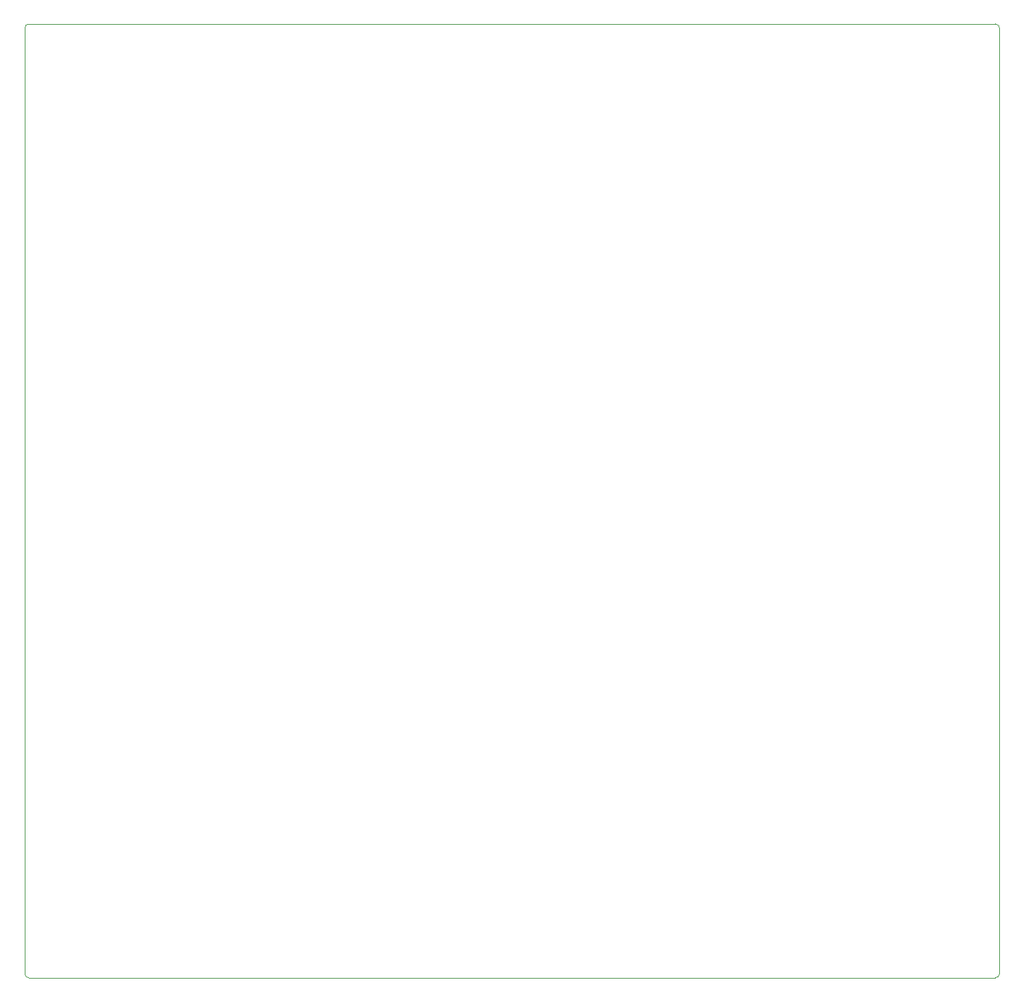
<source format=gm1>
%TF.GenerationSoftware,KiCad,Pcbnew,(5.1.7)-1*%
%TF.CreationDate,2021-05-06T00:37:00-04:00*%
%TF.ProjectId,pot_keeb_rpi,706f745f-6b65-4656-925f-7270692e6b69,rev?*%
%TF.SameCoordinates,Original*%
%TF.FileFunction,Profile,NP*%
%FSLAX46Y46*%
G04 Gerber Fmt 4.6, Leading zero omitted, Abs format (unit mm)*
G04 Created by KiCad (PCBNEW (5.1.7)-1) date 2021-05-06 00:37:00*
%MOMM*%
%LPD*%
G01*
G04 APERTURE LIST*
%TA.AperFunction,Profile*%
%ADD10C,0.100000*%
%TD*%
G04 APERTURE END LIST*
D10*
X57500000Y-157000000D02*
X57500000Y-40500000D01*
X177000000Y-157500000D02*
X58000000Y-157500000D01*
X177500000Y-40500000D02*
X177500000Y-157000000D01*
X58000000Y-40000000D02*
X177000000Y-40000000D01*
X177000000Y-40000000D02*
G75*
G02*
X177500000Y-40500000I0J-500000D01*
G01*
X177500000Y-157000000D02*
G75*
G02*
X177000000Y-157500000I-500000J0D01*
G01*
X58000000Y-157500000D02*
G75*
G02*
X57500000Y-157000000I0J500000D01*
G01*
X57500000Y-40500000D02*
G75*
G02*
X58000000Y-40000000I500000J0D01*
G01*
M02*

</source>
